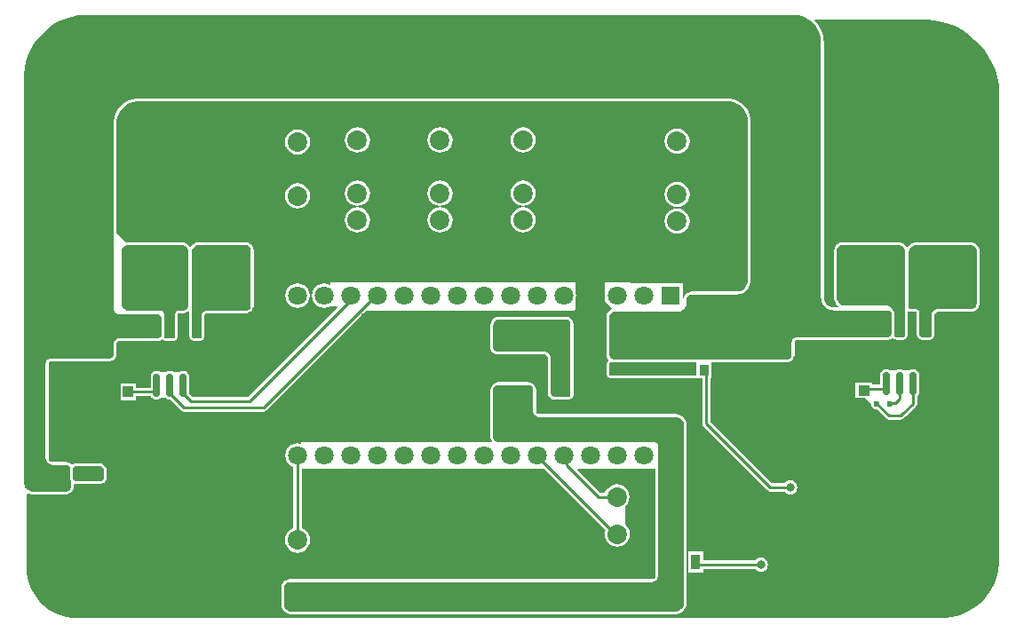
<source format=gbl>
G04*
G04 #@! TF.GenerationSoftware,Altium Limited,Altium Designer,22.5.1 (42)*
G04*
G04 Layer_Physical_Order=2*
G04 Layer_Color=16711680*
%FSLAX44Y44*%
%MOMM*%
G71*
G04*
G04 #@! TF.SameCoordinates,8C462A5C-675D-4BC4-B2B0-4FF287324B2F*
G04*
G04*
G04 #@! TF.FilePolarity,Positive*
G04*
G01*
G75*
%ADD14C,0.2540*%
%ADD18R,1.4000X1.0000*%
%ADD19R,1.0000X0.9000*%
%ADD31R,1.8000X1.8000*%
%ADD32C,1.8000*%
%ADD33C,1.8600*%
%ADD34C,0.6000*%
%ADD35C,0.8000*%
%ADD36R,3.5000X3.5000*%
G04:AMPARAMS|DCode=37|XSize=2.15mm|YSize=0.6mm|CornerRadius=0.15mm|HoleSize=0mm|Usage=FLASHONLY|Rotation=90.000|XOffset=0mm|YOffset=0mm|HoleType=Round|Shape=RoundedRectangle|*
%AMROUNDEDRECTD37*
21,1,2.1500,0.3000,0,0,90.0*
21,1,1.8500,0.6000,0,0,90.0*
1,1,0.3000,0.1500,0.9250*
1,1,0.3000,0.1500,-0.9250*
1,1,0.3000,-0.1500,-0.9250*
1,1,0.3000,-0.1500,0.9250*
%
%ADD37ROUNDEDRECTD37*%
%ADD38R,3.1000X2.4000*%
%ADD39R,1.1000X1.0000*%
%ADD40R,0.9000X1.0000*%
%ADD41R,4.0000X4.0000*%
%ADD42R,2.6000X1.1000*%
%ADD43R,1.0000X1.1000*%
%ADD44R,0.9500X1.4500*%
%ADD45R,1.0000X1.4000*%
%ADD46O,1.4500X0.6000*%
%ADD47R,3.5000X1.4500*%
%ADD48R,8.5000X10.6500*%
G36*
X1258570Y781050D02*
X1258570Y781050D01*
X1259833Y781050D01*
X1262167Y780083D01*
X1263953Y778297D01*
X1264920Y775963D01*
X1264920Y774700D01*
X1264920Y695960D01*
X1264920Y695960D01*
Y695454D01*
X1264533Y694521D01*
X1263819Y693807D01*
X1262885Y693420D01*
X1257354D01*
X1256831Y693420D01*
X1255860Y693810D01*
X1255104Y694535D01*
X1254674Y695489D01*
X1254663Y695739D01*
X1254809Y696471D01*
X1254809Y697184D01*
X1254809Y697186D01*
X1254809Y697188D01*
Y697226D01*
X1254810Y697230D01*
X1254810Y715010D01*
X1254810Y715768D01*
X1254810Y715768D01*
X1254810Y715768D01*
X1254721Y716213D01*
X1254613Y716759D01*
X1254613Y716759D01*
X1254613Y716759D01*
X1254033Y718159D01*
X1254032Y718159D01*
X1254032Y718160D01*
X1253781Y718536D01*
X1253471Y718999D01*
X1253471Y719000D01*
X1253471Y719000D01*
X1253411Y719060D01*
X1252523Y721028D01*
X1250661Y722814D01*
X1248268Y723776D01*
X1246978Y723900D01*
X1206500Y723900D01*
X1206500Y723900D01*
X1205237Y723900D01*
X1202903Y724867D01*
X1201117Y726653D01*
X1200150Y728987D01*
X1200150Y730250D01*
Y775970D01*
X1200150Y776980D01*
X1200923Y778848D01*
X1202352Y780277D01*
X1204220Y781050D01*
X1205230Y781050D01*
X1258570Y781050D01*
X1258570Y781050D01*
D02*
G37*
G36*
X639148Y780277D02*
X640577Y778848D01*
X641283Y777141D01*
X641350Y775971D01*
Y775970D01*
X641350D01*
X641350Y775970D01*
X641350Y723900D01*
X641350Y722889D01*
X640577Y721022D01*
X639148Y719593D01*
X637280Y718820D01*
X636270Y718820D01*
X599440D01*
X598449Y718722D01*
X596618Y717964D01*
X595216Y716562D01*
X594458Y714731D01*
X594360Y713740D01*
X594360Y694690D01*
X594360Y694185D01*
X593974Y693251D01*
X593259Y692536D01*
X592325Y692150D01*
X591820Y692150D01*
X587505D01*
X586571Y692537D01*
X585857Y693251D01*
X585470Y694185D01*
X585470Y694690D01*
X585470Y694690D01*
X585470Y774700D01*
X585470Y775963D01*
X586437Y778297D01*
X588223Y780083D01*
X590557Y781050D01*
X591820D01*
X591820Y781050D01*
X636270Y781050D01*
X637281Y781050D01*
X639148Y780277D01*
D02*
G37*
G36*
X578907Y780083D02*
X580693Y778297D01*
X581660Y775963D01*
Y774700D01*
X581660Y723900D01*
X581659Y723899D01*
Y722889D01*
X580886Y721022D01*
X579457Y719593D01*
X577590Y718820D01*
X572770Y718820D01*
X572027Y718747D01*
X570653Y718178D01*
X569602Y717127D01*
X569033Y715753D01*
X568960Y715010D01*
Y694690D01*
X568960Y694690D01*
X568960Y694184D01*
X568573Y693251D01*
X567859Y692537D01*
X566925Y692150D01*
X561340Y692150D01*
X560834Y692150D01*
X559901Y692537D01*
X559186Y693251D01*
X558800Y694185D01*
X558800Y694690D01*
Y715010D01*
X558800Y715010D01*
X558800Y715010D01*
X558800Y715011D01*
X558727Y715753D01*
X558555Y716169D01*
X558158Y717127D01*
X557107Y718178D01*
X555733Y718747D01*
X554990Y718820D01*
X523247Y718820D01*
X520913Y719787D01*
X519127Y721573D01*
X518160Y723907D01*
Y725170D01*
Y774700D01*
X518160Y775963D01*
X519127Y778297D01*
X520913Y780083D01*
X523247Y781050D01*
X524510Y781050D01*
X575310Y781050D01*
X576573D01*
X578907Y780083D01*
D02*
G37*
G36*
X1327150Y781050D02*
X1328413Y781050D01*
X1330747Y780083D01*
X1332533Y778297D01*
X1333500Y775963D01*
X1333500Y774700D01*
X1333500Y774700D01*
X1333500Y774700D01*
X1333500Y726440D01*
X1333500Y725177D01*
X1332533Y722843D01*
X1330747Y721057D01*
X1328413Y720090D01*
X1327150Y720090D01*
X1296670Y720090D01*
X1295431Y719968D01*
X1293142Y719020D01*
X1291390Y717268D01*
X1290442Y714979D01*
X1290320Y713740D01*
X1290320Y713740D01*
X1290320Y713740D01*
Y695455D01*
X1289933Y694521D01*
X1289219Y693807D01*
X1288285Y693420D01*
X1280925D01*
X1279991Y693807D01*
X1279277Y694521D01*
X1278890Y695455D01*
Y695960D01*
X1278890Y695960D01*
X1278890Y716280D01*
X1278817Y717023D01*
X1278248Y718397D01*
X1277197Y719448D01*
X1276228Y719849D01*
X1275823Y720016D01*
X1275084Y720089D01*
X1275080Y720090D01*
X1275080Y720090D01*
X1275080Y720090D01*
X1270765D01*
X1269831Y720477D01*
X1269117Y721191D01*
X1268730Y722125D01*
X1268730Y722630D01*
X1268730Y722630D01*
X1268730Y774180D01*
X1269023Y775653D01*
X1269597Y777039D01*
X1270431Y778287D01*
X1271492Y779349D01*
X1272740Y780182D01*
X1274127Y780757D01*
X1275599Y781050D01*
X1276350Y781050D01*
X1276350Y781050D01*
X1327150Y781050D01*
D02*
G37*
G36*
X1282607Y995879D02*
X1282607Y995879D01*
X1282607Y995879D01*
X1286171Y995869D01*
X1293264Y995152D01*
X1300252Y993744D01*
X1307070Y991660D01*
X1313650Y988918D01*
X1319931Y985546D01*
X1325851Y981575D01*
X1331355Y977044D01*
X1336389Y971996D01*
X1340905Y966480D01*
X1344859Y960548D01*
X1348215Y954258D01*
X1350938Y947670D01*
X1353004Y940847D01*
X1354392Y933855D01*
X1355090Y926760D01*
X1355090Y923196D01*
X1355090Y481330D01*
X1355090Y481330D01*
X1355090Y477667D01*
X1354134Y470405D01*
X1352238Y463329D01*
X1349435Y456562D01*
X1345772Y450218D01*
X1341313Y444407D01*
X1336133Y439227D01*
X1330322Y434768D01*
X1323978Y431105D01*
X1317211Y428302D01*
X1310135Y426406D01*
X1302872Y425450D01*
X1299210Y425450D01*
X474980D01*
X471900Y425450D01*
X465793Y426254D01*
X459843Y427848D01*
X454152Y430205D01*
X448818Y433285D01*
X443931Y437035D01*
X439575Y441391D01*
X435825Y446278D01*
X432746Y451612D01*
X430388Y457303D01*
X428794Y463253D01*
X427990Y469360D01*
X427990Y472440D01*
Y543399D01*
X429260Y544247D01*
X429856Y544000D01*
X430107Y543950D01*
X430342Y543853D01*
X431814Y543560D01*
X432069D01*
X432320Y543510D01*
X433070Y543510D01*
X464820Y543510D01*
X465830Y543510D01*
X466821Y543707D01*
X468689Y544481D01*
X469529Y545042D01*
X470958Y546471D01*
X471519Y547311D01*
X471519Y547311D01*
X472293Y549178D01*
X472490Y550169D01*
X472490Y551180D01*
X472490Y551180D01*
Y552696D01*
X473760Y553686D01*
X473840Y553670D01*
X498980D01*
X499971Y553867D01*
X500905Y554254D01*
X501745Y554815D01*
X502459Y555530D01*
X503021Y556370D01*
X503407Y557304D01*
X503605Y558295D01*
Y558799D01*
X503605Y558800D01*
X503605Y566420D01*
X503605Y567178D01*
X503408Y568169D01*
X503408Y568169D01*
X502827Y569569D01*
X502266Y570409D01*
X501194Y571481D01*
X500354Y572043D01*
X499360Y572454D01*
X499044Y572517D01*
X498740Y572625D01*
X497577Y572793D01*
X497390Y572783D01*
X497206Y572820D01*
X497206D01*
X497205Y572820D01*
X474345Y572820D01*
X473840Y572820D01*
X472849Y572623D01*
X472849Y572623D01*
X471915Y572236D01*
X471915Y572236D01*
X471075Y571674D01*
X471073Y571675D01*
X469877Y572209D01*
X469529Y572558D01*
X468689Y573119D01*
X466983Y573826D01*
X466558Y573910D01*
X466139Y574019D01*
X464968Y574086D01*
X464894Y574075D01*
X464821Y574090D01*
X464820D01*
X464820Y574090D01*
X452247D01*
X451517Y574162D01*
X450059Y574766D01*
X449036Y575789D01*
X448432Y577247D01*
X448360Y577977D01*
Y667893D01*
X448407Y668375D01*
X448822Y669375D01*
X449495Y670048D01*
X450495Y670463D01*
X450978Y670510D01*
X454920D01*
X455053Y670537D01*
X455189Y670524D01*
X455243Y670541D01*
X455308Y670535D01*
X455372Y670541D01*
X455433Y670525D01*
X455680Y670513D01*
X455743Y670523D01*
X455806Y670510D01*
X455929Y670510D01*
X455930Y670510D01*
X455930Y670510D01*
X507488D01*
X508479Y670707D01*
X509879Y671287D01*
X510719Y671849D01*
X511790Y672920D01*
X511790Y672920D01*
X512127Y673424D01*
X512352Y673761D01*
X512352Y673761D01*
X512932Y675161D01*
X512932Y675161D01*
X513129Y676152D01*
X513129Y676904D01*
X513130Y676910D01*
Y686943D01*
X513177Y687425D01*
X513592Y688425D01*
X514265Y689098D01*
X515265Y689512D01*
X515752Y689560D01*
X553208Y689560D01*
X554199Y689757D01*
X555599Y690337D01*
X556257Y690777D01*
X556460Y690896D01*
X558056Y690719D01*
X558069Y690706D01*
X558069Y690705D01*
X558558Y690379D01*
X558909Y690144D01*
X558910Y690144D01*
X558910Y690144D01*
X559843Y689757D01*
X559843Y689757D01*
X559843Y689757D01*
X560309Y689665D01*
X560834Y689560D01*
X560834Y689560D01*
X560834Y689560D01*
X561340Y689560D01*
X566925Y689560D01*
X567916Y689757D01*
X567916Y689757D01*
X568849Y690144D01*
X568850Y690144D01*
X569690Y690705D01*
X570404Y691420D01*
X570966Y692260D01*
X571352Y693193D01*
X571549Y694184D01*
X571549Y694688D01*
X571550Y694690D01*
Y714883D01*
X571573Y715117D01*
X571798Y715660D01*
X572120Y715982D01*
X572663Y716207D01*
X572897Y716230D01*
X577590Y716230D01*
X578581Y716427D01*
X580448Y717201D01*
X581288Y717762D01*
X581610Y718084D01*
X582880Y717558D01*
Y694690D01*
X582880Y694690D01*
X582880Y694185D01*
X582880Y694185D01*
X582880Y694185D01*
X582959Y693791D01*
X583077Y693194D01*
X583077Y693194D01*
X583464Y692260D01*
X583464Y692260D01*
X584025Y691420D01*
X584740Y690705D01*
X585580Y690144D01*
X586514Y689757D01*
X587505Y689560D01*
X591819D01*
X592325Y689560D01*
X592325Y689560D01*
X592325Y689560D01*
X592801Y689655D01*
X593316Y689757D01*
X593316Y689757D01*
X593316Y689757D01*
X594250Y690144D01*
X594250Y690144D01*
X594250Y690144D01*
X594672Y690426D01*
X595090Y690705D01*
X595090Y690705D01*
X595090Y690705D01*
X595805Y691420D01*
X595805Y691420D01*
X595805Y691420D01*
X596084Y691838D01*
X596366Y692260D01*
X596366Y692260D01*
X596366Y692260D01*
X596753Y693194D01*
X596753Y693194D01*
X596753Y693194D01*
X596855Y693709D01*
X596950Y694185D01*
X596950Y694185D01*
X596950Y694185D01*
X596950Y694691D01*
X596950Y713613D01*
X596997Y714095D01*
X597412Y715095D01*
X598085Y715768D01*
X599085Y716183D01*
X599567Y716230D01*
X636270D01*
X637280Y716230D01*
X638271Y716427D01*
X638271Y716427D01*
X638271Y716427D01*
X640139Y717201D01*
X640979Y717762D01*
X642408Y719191D01*
X642969Y720031D01*
X643743Y721898D01*
X643743Y721898D01*
X643743Y721899D01*
X643940Y722889D01*
X643940Y723900D01*
X643940Y775970D01*
X643940Y775970D01*
Y775971D01*
X643925Y776044D01*
X643935Y776118D01*
X643869Y777289D01*
X643760Y777708D01*
X643676Y778133D01*
X642969Y779839D01*
X642408Y780679D01*
X640979Y782108D01*
X640139Y782669D01*
X638271Y783443D01*
X637280Y783640D01*
X636270Y783640D01*
X591820Y783640D01*
X591820Y783640D01*
X590557D01*
X589566Y783443D01*
X587232Y782476D01*
X586392Y781915D01*
X584605Y780128D01*
X584301Y779673D01*
X583953Y779563D01*
X583177D01*
X582829Y779673D01*
X582524Y780128D01*
X580738Y781915D01*
X579898Y782476D01*
X579898Y782476D01*
X577564Y783443D01*
X577564Y783443D01*
X576573Y783640D01*
X575310D01*
X524510Y783640D01*
X523247Y783640D01*
X522256Y783443D01*
X522117D01*
X513130Y792430D01*
Y896556D01*
X513233Y898667D01*
X514069Y902869D01*
X515684Y906768D01*
X518029Y910277D01*
X521013Y913261D01*
X524522Y915605D01*
X528420Y917220D01*
X532622Y918056D01*
X534747Y918160D01*
X1095947Y918160D01*
X1097808Y918069D01*
X1101522Y917330D01*
X1104961Y915906D01*
X1108056Y913838D01*
X1110687Y911206D01*
X1112755Y908110D01*
X1114180Y904672D01*
X1114918Y900958D01*
X1115010Y899081D01*
X1115010Y746824D01*
X1114962Y745833D01*
X1114563Y743829D01*
X1113805Y742000D01*
X1112706Y740354D01*
X1111306Y738954D01*
X1109660Y737854D01*
X1107831Y737097D01*
X1105827Y736698D01*
X1104836Y736650D01*
X1103668Y736650D01*
X1061721Y736650D01*
X1060710Y736650D01*
X1060710Y736650D01*
X1060710Y736650D01*
X1060257Y736560D01*
X1059719Y736453D01*
X1059719Y736453D01*
X1059719Y736453D01*
X1057851Y735680D01*
X1057851Y735680D01*
X1057851Y735680D01*
X1057409Y735384D01*
X1057011Y735118D01*
X1057011Y735118D01*
X1057011Y735118D01*
X1055582Y733689D01*
X1055582Y733689D01*
X1055581Y733689D01*
X1055315Y733291D01*
X1055020Y732849D01*
X1055020Y732849D01*
X1055020Y732849D01*
X1054339Y731203D01*
X1054259Y730800D01*
X1054210Y730624D01*
X1052940Y730797D01*
Y744330D01*
X1029860D01*
X1029860Y744330D01*
Y744330D01*
X1028602Y744359D01*
X979170Y745490D01*
Y734382D01*
X978960Y732790D01*
X979170Y731198D01*
Y726799D01*
X985227Y720742D01*
X984979Y719496D01*
X984191Y719170D01*
X984191Y719170D01*
X984191Y719170D01*
X983824Y718924D01*
X983351Y718609D01*
X983351Y718608D01*
X983351Y718608D01*
X981922Y717179D01*
X981922Y717179D01*
X981921Y717179D01*
X981642Y716761D01*
X981360Y716339D01*
X981360Y716339D01*
X981360Y716339D01*
X980587Y714472D01*
X980587Y714471D01*
X980587Y714471D01*
X980485Y713959D01*
X980390Y713480D01*
X980390Y713480D01*
X980390Y713480D01*
X980390Y712469D01*
Y675900D01*
X980587Y674909D01*
X981361Y673041D01*
X981922Y672201D01*
X982017Y672106D01*
X982250Y670734D01*
X981535Y670020D01*
X980974Y669180D01*
X980587Y668246D01*
X980390Y667255D01*
Y659130D01*
X980390Y659130D01*
X980390Y658625D01*
X980390Y658625D01*
X980390Y658625D01*
X980474Y658203D01*
X980587Y657634D01*
X980587Y657634D01*
X980587Y657634D01*
X980974Y656700D01*
X980974Y656700D01*
X980974Y656700D01*
X981277Y656246D01*
X981535Y655860D01*
X981535Y655860D01*
X981535Y655860D01*
X982250Y655145D01*
X982250Y655145D01*
X982250Y655145D01*
X982715Y654835D01*
X983090Y654584D01*
X983090Y654584D01*
X983090Y654584D01*
X984024Y654197D01*
X984024Y654197D01*
X984024Y654197D01*
X984522Y654098D01*
X985015Y654000D01*
X985015Y654000D01*
X985015Y654000D01*
X985520Y654000D01*
X1064260D01*
X1064552Y654058D01*
X1064849Y654068D01*
X1065114Y654130D01*
X1071805D01*
Y610870D01*
X1072101Y609383D01*
X1072943Y608123D01*
X1133903Y547163D01*
X1135163Y546321D01*
X1136650Y546025D01*
X1150437D01*
X1151036Y545246D01*
X1152402Y544197D01*
X1153993Y543538D01*
X1155700Y543314D01*
X1157407Y543538D01*
X1158998Y544197D01*
X1160364Y545246D01*
X1161413Y546612D01*
X1162072Y548203D01*
X1162296Y549910D01*
X1162072Y551617D01*
X1161413Y553208D01*
X1160364Y554574D01*
X1158998Y555623D01*
X1157407Y556282D01*
X1155700Y556506D01*
X1153993Y556282D01*
X1152402Y555623D01*
X1151036Y554574D01*
X1150437Y553795D01*
X1138259D01*
X1079575Y612479D01*
Y654130D01*
X1080490D01*
Y669210D01*
X1081748Y669240D01*
X1152900D01*
X1153892Y669437D01*
X1155759Y670211D01*
X1156599Y670772D01*
X1158028Y672201D01*
X1158589Y673041D01*
X1158589Y673041D01*
X1159363Y674908D01*
X1159363Y674909D01*
X1159560Y675900D01*
Y688213D01*
X1159607Y688695D01*
X1160021Y689695D01*
X1160694Y690368D01*
X1161694Y690782D01*
X1162184Y690830D01*
X1248410D01*
X1249168Y690830D01*
X1250159Y691027D01*
X1251559Y691607D01*
X1252399Y692169D01*
X1252930Y692700D01*
X1253311Y692666D01*
X1254067Y691942D01*
X1254482Y691676D01*
X1254893Y691408D01*
X1255864Y691017D01*
X1256348Y690926D01*
X1256831Y690830D01*
X1257354Y690830D01*
X1262885D01*
X1263876Y691027D01*
X1264810Y691414D01*
X1265126Y691625D01*
X1265650Y691975D01*
X1265650Y691975D01*
X1266364Y692690D01*
X1266926Y693530D01*
X1266926Y693530D01*
X1267312Y694463D01*
X1267312Y694464D01*
X1267510Y695454D01*
Y695958D01*
X1267510Y695960D01*
X1267510Y717446D01*
X1268103Y717914D01*
X1268780Y718124D01*
X1268840Y718084D01*
X1269774Y717697D01*
X1270765Y717500D01*
X1274949D01*
X1275187Y717477D01*
X1275730Y717252D01*
X1276052Y716930D01*
X1276277Y716387D01*
X1276300Y716153D01*
X1276300Y695960D01*
X1276300Y695960D01*
Y695455D01*
X1276497Y694464D01*
X1276884Y693530D01*
X1277446Y692690D01*
X1278160Y691975D01*
X1279000Y691414D01*
X1279934Y691027D01*
X1280925Y690830D01*
X1288285D01*
X1289276Y691027D01*
X1290210Y691414D01*
X1291050Y691975D01*
X1291765Y692690D01*
X1292326Y693530D01*
X1292713Y694464D01*
X1292713Y694464D01*
X1292910Y695455D01*
Y713613D01*
X1292982Y714343D01*
X1293586Y715801D01*
X1294609Y716824D01*
X1296067Y717428D01*
X1296797Y717500D01*
X1327150Y717500D01*
X1328413Y717500D01*
X1329404Y717697D01*
X1331738Y718664D01*
X1331738Y718664D01*
X1332578Y719225D01*
X1334364Y721012D01*
X1334926Y721852D01*
X1335893Y724186D01*
X1335893Y724186D01*
X1336090Y725177D01*
X1336090Y726440D01*
X1336090Y774700D01*
X1336089Y774701D01*
X1336090Y775963D01*
X1335893Y776954D01*
X1335892Y776954D01*
X1335892Y776954D01*
X1334926Y779288D01*
X1334926Y779288D01*
X1334364Y780128D01*
X1332578Y781914D01*
X1332578Y781914D01*
X1332243Y782139D01*
X1331738Y782476D01*
X1331738Y782476D01*
X1329404Y783443D01*
X1329404Y783443D01*
X1328413Y783640D01*
X1327150Y783640D01*
X1276350Y783640D01*
X1276348Y783639D01*
X1275599Y783640D01*
X1275349Y783590D01*
X1275094D01*
X1273622Y783297D01*
X1273386Y783199D01*
X1273136Y783149D01*
X1271749Y782575D01*
X1271537Y782433D01*
X1271302Y782336D01*
X1270054Y781502D01*
X1269873Y781322D01*
X1269661Y781180D01*
X1268600Y780119D01*
X1268458Y779906D01*
X1268278Y779726D01*
X1267822Y779044D01*
X1266389Y779185D01*
X1266346Y779288D01*
X1265785Y780128D01*
X1263998Y781915D01*
X1263158Y782476D01*
X1260824Y783443D01*
X1259833Y783640D01*
X1258570Y783640D01*
X1258570Y783640D01*
X1205230Y783640D01*
X1204220Y783640D01*
X1203229Y783443D01*
X1201361Y782669D01*
X1200521Y782108D01*
X1199092Y780679D01*
X1198531Y779839D01*
X1197757Y777971D01*
X1197560Y776980D01*
X1197560Y775970D01*
Y730250D01*
X1197560Y728987D01*
X1197757Y727996D01*
X1198724Y725662D01*
X1199286Y724822D01*
X1201072Y723036D01*
X1201604Y722680D01*
X1201248Y721410D01*
X1197674D01*
X1196683Y721458D01*
X1194679Y721857D01*
X1192850Y722614D01*
X1191204Y723714D01*
X1189804Y725114D01*
X1188705Y726759D01*
X1187947Y728588D01*
X1187548Y730592D01*
X1187500Y731583D01*
X1187500Y974090D01*
X1187500Y975838D01*
X1187466Y976006D01*
X1187478Y976176D01*
X1187021Y979642D01*
X1186966Y979804D01*
X1186955Y979975D01*
X1186050Y983352D01*
X1185975Y983505D01*
X1185941Y983672D01*
X1184603Y986902D01*
X1184509Y987044D01*
X1184454Y987206D01*
X1182706Y990234D01*
X1182593Y990362D01*
X1182517Y990515D01*
X1180389Y993289D01*
X1180260Y993402D01*
X1180166Y993544D01*
X1178816Y994893D01*
X1179344Y996161D01*
X1282607Y995879D01*
D02*
G37*
G36*
X485139Y1000760D02*
X1158239Y1000760D01*
X1158240Y1000759D01*
X1158240Y1000759D01*
X1159987Y1000759D01*
X1163454Y1000303D01*
X1166831Y999398D01*
X1170061Y998061D01*
X1173089Y996313D01*
X1175862Y994184D01*
X1178334Y991712D01*
X1180463Y988939D01*
X1182211Y985911D01*
X1183549Y982681D01*
X1184454Y979304D01*
X1184910Y975838D01*
X1184910Y974090D01*
X1184910Y731519D01*
X1184971Y730275D01*
X1185457Y727833D01*
X1186410Y725533D01*
X1187793Y723463D01*
X1189553Y721702D01*
X1191623Y720319D01*
X1193923Y719367D01*
X1196365Y718881D01*
X1197610Y718820D01*
X1248409D01*
X1248410Y718819D01*
X1248410Y718819D01*
X1248415D01*
X1249573Y718652D01*
X1250568Y718240D01*
X1251640Y717168D01*
X1252220Y715768D01*
X1252220Y715010D01*
X1252220Y697230D01*
X1252219Y697229D01*
X1252219Y696471D01*
X1251639Y695071D01*
X1250568Y694000D01*
X1249168Y693420D01*
X1248410Y693420D01*
X1162050D01*
X1162049Y693419D01*
X1161058Y693322D01*
X1159227Y692563D01*
X1157826Y691162D01*
X1157068Y689331D01*
X1156970Y688340D01*
Y675900D01*
X1156197Y674032D01*
X1154768Y672603D01*
X1152900Y671830D01*
X987049D01*
X985182Y672603D01*
X983753Y674032D01*
X982980Y675900D01*
Y712470D01*
X982980Y713481D01*
X983753Y715348D01*
X985182Y716777D01*
X987049Y717550D01*
X988060Y717550D01*
X1046518Y717550D01*
X1047750Y717550D01*
X1047750Y717550D01*
X1048621Y717593D01*
X1048973Y717663D01*
X1050330Y717932D01*
X1051941Y718599D01*
X1053390Y719567D01*
X1054622Y720800D01*
X1055591Y722249D01*
X1056257Y723859D01*
X1056597Y725568D01*
X1056640Y726440D01*
X1056640Y728980D01*
X1056640Y728980D01*
X1056655Y729187D01*
X1056732Y730213D01*
X1057413Y731858D01*
X1058842Y733287D01*
X1060709Y734060D01*
X1061720Y734060D01*
X1103668Y734060D01*
X1104900Y734060D01*
X1104900Y734060D01*
X1106144Y734121D01*
X1108586Y734606D01*
X1110887Y735559D01*
X1112957Y736942D01*
X1114717Y738703D01*
X1116101Y740773D01*
X1117053Y743073D01*
X1117539Y745515D01*
X1117600Y746760D01*
X1117600Y899160D01*
X1117600Y899160D01*
X1117599Y899160D01*
X1117495Y901276D01*
X1116670Y905427D01*
X1115050Y909337D01*
X1112699Y912856D01*
X1109706Y915849D01*
X1106187Y918201D01*
X1102277Y919820D01*
X1098126Y920646D01*
X1096010Y920750D01*
X534670Y920750D01*
X534669Y920749D01*
X532304Y920633D01*
X527665Y919710D01*
X523295Y917900D01*
X519362Y915272D01*
X516017Y911927D01*
X513389Y907995D01*
X511579Y903624D01*
X510656Y898985D01*
X510540Y896620D01*
Y721360D01*
X510540Y721359D01*
X510662Y720121D01*
X511610Y717832D01*
X513362Y716080D01*
X515651Y715132D01*
X516890Y715010D01*
X552449D01*
X552449Y715009D01*
X552449Y715009D01*
X552458D01*
X553616Y714840D01*
X554608Y714430D01*
X555680Y713358D01*
X556210Y712078D01*
Y695084D01*
X555679Y693801D01*
X554608Y692730D01*
X553208Y692150D01*
X515620Y692150D01*
X515620Y692150D01*
X514629Y692052D01*
X512798Y691294D01*
X511396Y689892D01*
X510638Y688061D01*
X510540Y687070D01*
Y676910D01*
X510539Y676909D01*
X510539Y676152D01*
X509959Y674752D01*
X508888Y673680D01*
X507488Y673100D01*
X455930D01*
X455806Y673100D01*
X455560Y673112D01*
X455314Y673136D01*
X455069Y673172D01*
X454948Y673196D01*
X454920Y673100D01*
X450850D01*
X450850Y673100D01*
X449859Y673002D01*
X448028Y672244D01*
X446626Y670842D01*
X445868Y669011D01*
X445770Y668020D01*
Y577850D01*
X445892Y576611D01*
X446840Y574322D01*
X448592Y572570D01*
X450881Y571622D01*
X452120Y571500D01*
X464820D01*
X464820Y571500D01*
X464820Y571500D01*
X464821D01*
X465992Y571433D01*
X467698Y570727D01*
X469127Y569298D01*
X469354Y568749D01*
X469270Y568328D01*
Y558162D01*
X469467Y557171D01*
X469799Y556370D01*
X469900Y556219D01*
X469900Y551180D01*
X469900Y551180D01*
X469900Y550169D01*
X469127Y548302D01*
X467697Y546873D01*
X465830Y546100D01*
X464820Y546100D01*
X433070Y546100D01*
X432319Y546100D01*
X430847Y546393D01*
X429460Y546967D01*
X428213Y547801D01*
X427151Y548862D01*
X426317Y550111D01*
X425743Y551497D01*
X425450Y552970D01*
X425450Y553720D01*
Y941069D01*
X425450Y941069D01*
X425450Y941069D01*
X425450Y944002D01*
X426024Y949838D01*
X427168Y955591D01*
X428870Y961203D01*
X431115Y966622D01*
X433879Y971794D01*
X437137Y976671D01*
X440858Y981204D01*
X445005Y985351D01*
X449538Y989072D01*
X454415Y992330D01*
X459587Y995095D01*
X465006Y997339D01*
X470618Y999042D01*
X476370Y1000185D01*
X482207Y1000760D01*
X485139Y1000760D01*
D02*
G37*
G36*
X986799Y669290D02*
X987049Y669240D01*
X1032590D01*
Y668900D01*
X1047670D01*
Y669240D01*
X1064885D01*
X1065699Y668903D01*
X1066410Y668192D01*
Y657688D01*
X1065699Y656977D01*
X1065418Y656860D01*
X1064260Y656590D01*
X1064260Y656590D01*
X1064260Y656590D01*
X985520D01*
X985015Y656590D01*
X984081Y656976D01*
X983366Y657691D01*
X982980Y658625D01*
X982980Y659130D01*
X982980Y659130D01*
Y667255D01*
X983367Y668189D01*
X984081Y668903D01*
X985015Y669290D01*
X985520D01*
X986799D01*
D02*
G37*
G36*
X497205Y570230D02*
X497205Y570230D01*
X497206D01*
X498369Y570061D01*
X499363Y569650D01*
X500435Y568578D01*
X501015Y567178D01*
X501015Y566420D01*
X501015Y558800D01*
X501015Y558800D01*
Y558295D01*
X500628Y557361D01*
X499914Y556647D01*
X498980Y556260D01*
X473840D01*
X472906Y556647D01*
X472192Y557361D01*
X471860Y558162D01*
Y568328D01*
X472192Y569129D01*
X472906Y569843D01*
X473840Y570230D01*
X474345Y570230D01*
X497205Y570230D01*
X497205Y570230D01*
D02*
G37*
%LPC*%
G36*
X900910Y893272D02*
X897819Y892865D01*
X894939Y891672D01*
X892466Y889774D01*
X890568Y887301D01*
X889375Y884421D01*
X888968Y881330D01*
X889375Y878239D01*
X890568Y875359D01*
X892466Y872886D01*
X894939Y870988D01*
X897819Y869795D01*
X900910Y869388D01*
X904001Y869795D01*
X906881Y870988D01*
X909354Y872886D01*
X911252Y875359D01*
X912445Y878239D01*
X912852Y881330D01*
X912445Y884421D01*
X911252Y887301D01*
X909354Y889774D01*
X906881Y891672D01*
X904001Y892865D01*
X900910Y893272D01*
D02*
G37*
G36*
X821690D02*
X818599Y892865D01*
X815719Y891672D01*
X813246Y889774D01*
X811348Y887301D01*
X810155Y884421D01*
X809748Y881330D01*
X810155Y878239D01*
X811348Y875359D01*
X813246Y872886D01*
X815719Y870988D01*
X818599Y869795D01*
X821690Y869388D01*
X824781Y869795D01*
X827661Y870988D01*
X830134Y872886D01*
X832032Y875359D01*
X833225Y878239D01*
X833632Y881330D01*
X833225Y884421D01*
X832032Y887301D01*
X830134Y889774D01*
X827661Y891672D01*
X824781Y892865D01*
X821690Y893272D01*
D02*
G37*
G36*
X742950D02*
X739859Y892865D01*
X736979Y891672D01*
X734506Y889774D01*
X732608Y887301D01*
X731415Y884421D01*
X731008Y881330D01*
X731415Y878239D01*
X732608Y875359D01*
X734506Y872886D01*
X736979Y870988D01*
X739859Y869795D01*
X742950Y869388D01*
X746041Y869795D01*
X748921Y870988D01*
X751394Y872886D01*
X753292Y875359D01*
X754485Y878239D01*
X754892Y881330D01*
X754485Y884421D01*
X753292Y887301D01*
X751394Y889774D01*
X748921Y891672D01*
X746041Y892865D01*
X742950Y893272D01*
D02*
G37*
G36*
X1047750Y892052D02*
X1044659Y891645D01*
X1041779Y890452D01*
X1039306Y888554D01*
X1037408Y886081D01*
X1036215Y883201D01*
X1035808Y880110D01*
X1036215Y877019D01*
X1037408Y874139D01*
X1039306Y871666D01*
X1041779Y869768D01*
X1044659Y868575D01*
X1047750Y868168D01*
X1050841Y868575D01*
X1053721Y869768D01*
X1056194Y871666D01*
X1058092Y874139D01*
X1059285Y877019D01*
X1059692Y880110D01*
X1059285Y883201D01*
X1058092Y886081D01*
X1056194Y888554D01*
X1053721Y890452D01*
X1050841Y891645D01*
X1047750Y892052D01*
D02*
G37*
G36*
X685800Y891282D02*
X682709Y890875D01*
X679829Y889682D01*
X677356Y887784D01*
X675458Y885311D01*
X674265Y882431D01*
X673858Y879340D01*
X674265Y876249D01*
X675458Y873369D01*
X677356Y870896D01*
X679829Y868998D01*
X682709Y867805D01*
X685800Y867398D01*
X688891Y867805D01*
X691771Y868998D01*
X694244Y870896D01*
X696142Y873369D01*
X697335Y876249D01*
X697742Y879340D01*
X697335Y882431D01*
X696142Y885311D01*
X694244Y887784D01*
X691771Y889682D01*
X688891Y890875D01*
X685800Y891282D01*
D02*
G37*
G36*
X900910Y842472D02*
X897819Y842065D01*
X894939Y840872D01*
X892466Y838974D01*
X890568Y836501D01*
X889375Y833621D01*
X888968Y830530D01*
X889375Y827439D01*
X890568Y824559D01*
X892466Y822086D01*
X894939Y820188D01*
X897819Y818995D01*
X900910Y818588D01*
X904001Y818995D01*
X906881Y820188D01*
X909354Y822086D01*
X911252Y824559D01*
X912445Y827439D01*
X912852Y830530D01*
X912445Y833621D01*
X911252Y836501D01*
X909354Y838974D01*
X906881Y840872D01*
X904001Y842065D01*
X900910Y842472D01*
D02*
G37*
G36*
X821690D02*
X818599Y842065D01*
X815719Y840872D01*
X813246Y838974D01*
X811348Y836501D01*
X810155Y833621D01*
X809748Y830530D01*
X810155Y827439D01*
X811348Y824559D01*
X813246Y822086D01*
X815719Y820188D01*
X818599Y818995D01*
X821690Y818588D01*
X824781Y818995D01*
X827661Y820188D01*
X830134Y822086D01*
X832032Y824559D01*
X833225Y827439D01*
X833632Y830530D01*
X833225Y833621D01*
X832032Y836501D01*
X830134Y838974D01*
X827661Y840872D01*
X824781Y842065D01*
X821690Y842472D01*
D02*
G37*
G36*
X742950D02*
X739859Y842065D01*
X736979Y840872D01*
X734506Y838974D01*
X732608Y836501D01*
X731415Y833621D01*
X731008Y830530D01*
X731415Y827439D01*
X732608Y824559D01*
X734506Y822086D01*
X736979Y820188D01*
X739859Y818995D01*
X742950Y818588D01*
X746041Y818995D01*
X748921Y820188D01*
X751394Y822086D01*
X753292Y824559D01*
X754485Y827439D01*
X754892Y830530D01*
X754485Y833621D01*
X753292Y836501D01*
X751394Y838974D01*
X748921Y840872D01*
X746041Y842065D01*
X742950Y842472D01*
D02*
G37*
G36*
X1047750Y841252D02*
X1044659Y840845D01*
X1041779Y839652D01*
X1039306Y837754D01*
X1037408Y835281D01*
X1036215Y832401D01*
X1035808Y829310D01*
X1036215Y826219D01*
X1037408Y823339D01*
X1039306Y820866D01*
X1041779Y818968D01*
X1044659Y817775D01*
X1047750Y817368D01*
X1050841Y817775D01*
X1053721Y818968D01*
X1056194Y820866D01*
X1058092Y823339D01*
X1059285Y826219D01*
X1059692Y829310D01*
X1059285Y832401D01*
X1058092Y835281D01*
X1056194Y837754D01*
X1053721Y839652D01*
X1050841Y840845D01*
X1047750Y841252D01*
D02*
G37*
G36*
X685800Y839982D02*
X682709Y839575D01*
X679829Y838382D01*
X677356Y836484D01*
X675458Y834011D01*
X674265Y831131D01*
X673858Y828040D01*
X674265Y824949D01*
X675458Y822069D01*
X677356Y819596D01*
X679829Y817698D01*
X682709Y816505D01*
X685800Y816098D01*
X688891Y816505D01*
X691771Y817698D01*
X694244Y819596D01*
X696142Y822069D01*
X697335Y824949D01*
X697742Y828040D01*
X697335Y831131D01*
X696142Y834011D01*
X694244Y836484D01*
X691771Y838382D01*
X688891Y839575D01*
X685800Y839982D01*
D02*
G37*
G36*
X900910Y817072D02*
X897819Y816665D01*
X894939Y815472D01*
X892466Y813574D01*
X890568Y811101D01*
X889375Y808221D01*
X888968Y805130D01*
X889375Y802039D01*
X890568Y799159D01*
X892466Y796686D01*
X894939Y794788D01*
X897819Y793595D01*
X900910Y793188D01*
X904001Y793595D01*
X906881Y794788D01*
X909354Y796686D01*
X911252Y799159D01*
X912445Y802039D01*
X912852Y805130D01*
X912445Y808221D01*
X911252Y811101D01*
X909354Y813574D01*
X906881Y815472D01*
X904001Y816665D01*
X900910Y817072D01*
D02*
G37*
G36*
X821690D02*
X818599Y816665D01*
X815719Y815472D01*
X813246Y813574D01*
X811348Y811101D01*
X810155Y808221D01*
X809748Y805130D01*
X810155Y802039D01*
X811348Y799159D01*
X813246Y796686D01*
X815719Y794788D01*
X818599Y793595D01*
X821690Y793188D01*
X824781Y793595D01*
X827661Y794788D01*
X830134Y796686D01*
X832032Y799159D01*
X833225Y802039D01*
X833632Y805130D01*
X833225Y808221D01*
X832032Y811101D01*
X830134Y813574D01*
X827661Y815472D01*
X824781Y816665D01*
X821690Y817072D01*
D02*
G37*
G36*
X742950D02*
X739859Y816665D01*
X736979Y815472D01*
X734506Y813574D01*
X732608Y811101D01*
X731415Y808221D01*
X731008Y805130D01*
X731415Y802039D01*
X732608Y799159D01*
X734506Y796686D01*
X736979Y794788D01*
X739859Y793595D01*
X742950Y793188D01*
X746041Y793595D01*
X748921Y794788D01*
X751394Y796686D01*
X753292Y799159D01*
X754485Y802039D01*
X754892Y805130D01*
X754485Y808221D01*
X753292Y811101D01*
X751394Y813574D01*
X748921Y815472D01*
X746041Y816665D01*
X742950Y817072D01*
D02*
G37*
G36*
X1047750Y815852D02*
X1044659Y815445D01*
X1041779Y814252D01*
X1039306Y812354D01*
X1037408Y809881D01*
X1036215Y807001D01*
X1035808Y803910D01*
X1036215Y800819D01*
X1037408Y797939D01*
X1039306Y795466D01*
X1041779Y793568D01*
X1044659Y792375D01*
X1047750Y791968D01*
X1050841Y792375D01*
X1053721Y793568D01*
X1056194Y795466D01*
X1058092Y797939D01*
X1059285Y800819D01*
X1059692Y803910D01*
X1059285Y807001D01*
X1058092Y809881D01*
X1056194Y812354D01*
X1053721Y814252D01*
X1050841Y815445D01*
X1047750Y815852D01*
D02*
G37*
G36*
X951230Y745490D02*
X717550D01*
X717020Y744960D01*
Y744013D01*
X715964Y743308D01*
X714212Y744033D01*
X711200Y744429D01*
X708187Y744033D01*
X705380Y742870D01*
X702970Y741020D01*
X701120Y738610D01*
X699957Y735803D01*
X699560Y732790D01*
X699957Y729778D01*
X701120Y726970D01*
X702970Y724560D01*
X705380Y722710D01*
X708187Y721547D01*
X711200Y721150D01*
X714212Y721547D01*
X717020Y722710D01*
X717100Y722630D01*
X723097D01*
X723583Y721457D01*
X638471Y636345D01*
X585569D01*
X582399Y639515D01*
Y656640D01*
X582086Y658216D01*
X581193Y659553D01*
X579856Y660446D01*
X578280Y660759D01*
X575280D01*
X573704Y660446D01*
X573635Y660400D01*
Y660400D01*
X573635Y660400D01*
X567225D01*
X567156Y660446D01*
X565580Y660759D01*
X562580D01*
X561004Y660446D01*
X560935Y660400D01*
X559759Y660400D01*
X554525D01*
X554525Y660400D01*
X554456Y660446D01*
X552880Y660759D01*
X549880D01*
X548304Y660446D01*
X546967Y659553D01*
X546074Y658216D01*
X545761Y656640D01*
Y645085D01*
X532050D01*
Y649240D01*
X516970D01*
Y633160D01*
X532050D01*
Y637315D01*
X545925D01*
X546074Y636564D01*
X546967Y635227D01*
X548304Y634334D01*
X549880Y634021D01*
X552880D01*
X554456Y634334D01*
X555793Y635227D01*
X559667D01*
X561004Y634334D01*
X562580Y634021D01*
X564205D01*
X574863Y623363D01*
X576123Y622521D01*
X577610Y622225D01*
X653250D01*
X654736Y622521D01*
X655997Y623363D01*
X751453Y718820D01*
X949960D01*
X951230Y720090D01*
Y731198D01*
X951440Y732790D01*
X951230Y734382D01*
Y745490D01*
D02*
G37*
G36*
X685800Y744429D02*
X682787Y744033D01*
X679980Y742870D01*
X677570Y741020D01*
X675720Y738610D01*
X674557Y735803D01*
X674160Y732790D01*
X674557Y729778D01*
X675720Y726970D01*
X677570Y724560D01*
X679980Y722710D01*
X682787Y721547D01*
X685800Y721150D01*
X688812Y721547D01*
X691620Y722710D01*
X694030Y724560D01*
X695880Y726970D01*
X697043Y729778D01*
X697439Y732790D01*
X697043Y735803D01*
X695880Y738610D01*
X694030Y741020D01*
X691620Y742870D01*
X688812Y744033D01*
X685800Y744429D01*
D02*
G37*
G36*
X876560Y712520D02*
X876560Y712520D01*
X876560Y712520D01*
X876128Y712434D01*
X875569Y712323D01*
X875568Y712323D01*
X873701Y711549D01*
X873701Y711549D01*
X873701Y711549D01*
X873279Y711267D01*
X872861Y710988D01*
X872861Y710988D01*
X872861Y710988D01*
X871432Y709559D01*
X871432Y709559D01*
X871432Y709559D01*
X871208Y709224D01*
X870870Y708718D01*
X870870Y708718D01*
X870180Y707051D01*
X870098Y706641D01*
X869989Y706237D01*
X869906Y705027D01*
X869918Y704938D01*
X869900Y704850D01*
Y683260D01*
X869900Y682502D01*
X869965Y682174D01*
X870097Y681512D01*
X870097Y681511D01*
X870677Y680111D01*
X871238Y679271D01*
X872310Y678199D01*
X872623Y677990D01*
X873150Y677637D01*
X873150Y677637D01*
X874550Y677057D01*
X874550Y677057D01*
X874551Y677057D01*
X875081Y676952D01*
X875542Y676860D01*
X875542Y676860D01*
X875542Y676860D01*
X876300Y676860D01*
X920623Y676860D01*
X921353Y676788D01*
X922811Y676184D01*
X923834Y675161D01*
X924438Y673703D01*
X924510Y672968D01*
Y640080D01*
X924510Y639322D01*
X924707Y638331D01*
X925287Y636931D01*
X925849Y636091D01*
X926920Y635019D01*
X927761Y634457D01*
X927761Y634457D01*
X929161Y633877D01*
X930152Y633680D01*
X930910Y633680D01*
X943610Y633680D01*
X944115Y633680D01*
X945106Y633877D01*
X945106Y633877D01*
X946040Y634264D01*
X946880Y634825D01*
X947595Y635540D01*
X948156Y636380D01*
X948543Y637314D01*
X948740Y638305D01*
X948740Y638810D01*
X948740Y638810D01*
X948740Y706120D01*
X948740Y706878D01*
X948740Y706878D01*
X948740Y706878D01*
X948652Y707321D01*
X948543Y707869D01*
X948543Y707869D01*
X948542Y707869D01*
X947962Y709269D01*
X947962Y709269D01*
X947962Y709269D01*
X947680Y709692D01*
X947401Y710109D01*
X947401Y710110D01*
X947401Y710110D01*
X946329Y711181D01*
X945489Y711742D01*
X944526Y712141D01*
X944218Y712203D01*
X943922Y712309D01*
X942727Y712490D01*
X942532Y712481D01*
X942340Y712519D01*
X877570Y712520D01*
X876560Y712520D01*
D02*
G37*
G36*
X1274040Y662339D02*
X1271040D01*
X1269464Y662026D01*
X1268932Y661670D01*
X1263448D01*
X1262916Y662026D01*
X1261340Y662339D01*
X1258340D01*
X1256764Y662026D01*
X1250216D01*
X1248640Y662339D01*
X1245640D01*
X1244064Y662026D01*
X1242727Y661133D01*
X1241834Y659796D01*
X1241521Y658220D01*
Y647775D01*
X1233740D01*
Y650160D01*
X1217660D01*
Y635080D01*
X1226448D01*
X1232710Y628818D01*
X1232997Y627928D01*
X1233028Y627775D01*
X1233031Y627758D01*
X1234256Y625926D01*
X1236088Y624701D01*
X1238250Y624272D01*
X1238379Y624297D01*
X1246933Y615743D01*
X1248193Y614901D01*
X1249680Y614605D01*
X1260776D01*
X1262263Y614901D01*
X1263523Y615743D01*
X1264492Y616712D01*
X1265497Y617383D01*
X1275287Y627173D01*
X1276129Y628433D01*
X1276425Y629920D01*
Y636455D01*
X1276953Y636807D01*
X1277846Y638144D01*
X1278159Y639720D01*
Y658220D01*
X1277846Y659796D01*
X1276953Y661133D01*
X1275616Y662026D01*
X1274040Y662339D01*
D02*
G37*
G36*
X905510Y650290D02*
X876560D01*
X875568Y650093D01*
X875568Y650093D01*
X873701Y649319D01*
X873701Y649319D01*
X872861Y648758D01*
X871432Y647329D01*
X870871Y646489D01*
X870097Y644622D01*
X869900Y643631D01*
Y642620D01*
Y598169D01*
X869900Y597158D01*
X869900Y597158D01*
X869900Y597158D01*
X869989Y596710D01*
X870097Y596167D01*
X870097Y596167D01*
X870097Y596167D01*
X870871Y594300D01*
X870871Y594300D01*
X870152Y593090D01*
X689610D01*
Y592527D01*
X688340Y591695D01*
X685800Y592029D01*
X682787Y591633D01*
X679980Y590470D01*
X677570Y588620D01*
X675720Y586210D01*
X674557Y583402D01*
X674160Y580390D01*
X674557Y577378D01*
X675720Y574570D01*
X677570Y572160D01*
X679980Y570310D01*
X681915Y569508D01*
Y510816D01*
X679829Y509952D01*
X677356Y508054D01*
X675458Y505581D01*
X674265Y502701D01*
X673858Y499610D01*
X674265Y496519D01*
X675458Y493639D01*
X677356Y491166D01*
X679829Y489268D01*
X682709Y488075D01*
X685800Y487668D01*
X688891Y488075D01*
X691771Y489268D01*
X694244Y491166D01*
X696142Y493639D01*
X697335Y496519D01*
X697742Y499610D01*
X697335Y502701D01*
X696142Y505581D01*
X694244Y508054D01*
X691771Y509952D01*
X689685Y510816D01*
Y567690D01*
X920750D01*
X920750Y567690D01*
Y567690D01*
X921640Y566897D01*
X979334Y509202D01*
X979065Y508551D01*
X978658Y505460D01*
X979065Y502369D01*
X980258Y499489D01*
X982156Y497016D01*
X984629Y495118D01*
X987509Y493925D01*
X990600Y493518D01*
X993691Y493925D01*
X996571Y495118D01*
X999044Y497016D01*
X1000942Y499489D01*
X1002135Y502369D01*
X1002542Y505460D01*
X1002135Y508551D01*
X1000942Y511431D01*
X999044Y513904D01*
X998760Y514123D01*
X997870Y514934D01*
X997870D01*
X997870Y514934D01*
Y531296D01*
X998563Y532398D01*
X998794Y532576D01*
X1000692Y535049D01*
X1001885Y537929D01*
X1002292Y541020D01*
X1001885Y544111D01*
X1000692Y546991D01*
X998794Y549464D01*
X996321Y551362D01*
X993441Y552555D01*
X990350Y552962D01*
X987259Y552555D01*
X984379Y551362D01*
X981906Y549464D01*
X980008Y546991D01*
X979144Y544905D01*
X974429D01*
X952914Y566420D01*
X953440Y567690D01*
X1027380D01*
Y474980D01*
X1027380Y466217D01*
X1027308Y465487D01*
X1026704Y464029D01*
X1025681Y463006D01*
X1024223Y462402D01*
X1023493Y462330D01*
X677169D01*
X676178Y462133D01*
X676178Y462133D01*
X674311Y461359D01*
X674311Y461359D01*
X673471Y460798D01*
X672042Y459369D01*
X671481Y458529D01*
X670707Y456661D01*
X670510Y455671D01*
Y438150D01*
X670510Y436887D01*
X670707Y435896D01*
X671674Y433562D01*
X672235Y432722D01*
X674022Y430935D01*
X674022Y430935D01*
X674862Y430374D01*
X677196Y429407D01*
X677196Y429407D01*
X678187Y429210D01*
X679450Y429210D01*
X1046480Y429210D01*
X1047230Y429210D01*
X1047481Y429260D01*
X1047736D01*
X1049208Y429553D01*
X1049444Y429650D01*
X1049694Y429700D01*
X1051080Y430275D01*
X1051292Y430416D01*
X1051528Y430514D01*
X1052776Y431348D01*
X1052956Y431528D01*
X1053169Y431670D01*
X1054230Y432731D01*
X1054372Y432943D01*
X1054552Y433124D01*
X1055386Y434372D01*
X1055484Y434607D01*
X1055625Y434819D01*
X1056200Y436206D01*
X1056249Y436456D01*
X1056347Y436692D01*
X1056640Y438164D01*
Y438419D01*
X1056690Y438670D01*
X1056690Y439420D01*
X1056690Y439420D01*
X1056690Y609600D01*
X1056690Y610350D01*
X1056640Y610601D01*
Y610856D01*
X1056347Y612328D01*
X1056249Y612564D01*
X1056200Y612814D01*
X1055625Y614200D01*
X1055484Y614412D01*
X1055386Y614648D01*
X1054552Y615896D01*
X1054372Y616077D01*
X1054230Y616289D01*
X1053169Y617350D01*
X1052957Y617492D01*
X1052776Y617672D01*
X1051528Y618506D01*
X1051292Y618604D01*
X1051080Y618745D01*
X1049694Y619320D01*
X1049444Y619370D01*
X1049208Y619467D01*
X1048168Y619674D01*
X1048006D01*
X1047850Y619717D01*
X1046668Y619803D01*
X1046574Y619791D01*
X1046481Y619810D01*
X1046480D01*
X1046480Y619810D01*
X915797D01*
X915315Y619857D01*
X914315Y620272D01*
X913642Y620945D01*
X913227Y621945D01*
X913180Y622427D01*
X913179Y642620D01*
X913180Y643630D01*
X913180Y643630D01*
X913180Y643631D01*
X913077Y644146D01*
X912983Y644621D01*
X912983Y644621D01*
X912983Y644622D01*
X912209Y646489D01*
X912209Y646489D01*
X912209Y646489D01*
X912080Y646683D01*
Y647330D01*
X911647D01*
X910219Y648758D01*
X910219Y648758D01*
X910219Y648758D01*
X909769Y649059D01*
X909379Y649320D01*
X909379Y649320D01*
X909378Y649320D01*
X907672Y650026D01*
X907248Y650110D01*
X906829Y650219D01*
X905658Y650285D01*
X905584Y650275D01*
X905511Y650290D01*
X905510D01*
X905510Y650290D01*
D02*
G37*
G36*
X1072820Y488580D02*
X1058240D01*
Y469000D01*
X1072820D01*
Y472365D01*
X1122497D01*
X1123096Y471586D01*
X1124462Y470537D01*
X1126053Y469878D01*
X1127760Y469654D01*
X1129467Y469878D01*
X1131058Y470537D01*
X1132424Y471586D01*
X1133473Y472952D01*
X1134132Y474543D01*
X1134356Y476250D01*
X1134132Y477957D01*
X1133473Y479548D01*
X1132424Y480914D01*
X1131058Y481963D01*
X1129467Y482622D01*
X1127760Y482846D01*
X1126053Y482622D01*
X1124462Y481963D01*
X1123096Y480914D01*
X1122497Y480135D01*
X1072820D01*
Y488580D01*
D02*
G37*
%LPD*%
G36*
X877570Y709930D02*
X942340Y709930D01*
X942340Y709929D01*
X942340Y709930D01*
X943535Y709749D01*
X944498Y709350D01*
X945570Y708278D01*
X946150Y706878D01*
X946150Y706120D01*
X946150Y638810D01*
X946150Y638810D01*
X946150Y638305D01*
X945763Y637371D01*
X945049Y636657D01*
X944115Y636270D01*
X943610Y636270D01*
X930910Y636270D01*
X930152Y636270D01*
X928752Y636850D01*
X927680Y637922D01*
X927100Y639322D01*
X927100Y640080D01*
Y673100D01*
X927100Y673100D01*
X927100Y673100D01*
X926978Y674339D01*
X926030Y676628D01*
X924278Y678380D01*
X921989Y679328D01*
X920750Y679450D01*
X876300Y679450D01*
X875542Y679450D01*
X874141Y680030D01*
X873070Y681102D01*
X872490Y682502D01*
X872490Y683260D01*
Y704850D01*
X872490D01*
X872490Y704850D01*
X872573Y706061D01*
X873263Y707728D01*
X874692Y709157D01*
X876559Y709930D01*
X877570Y709930D01*
D02*
G37*
G36*
X905510Y647700D02*
X905510Y647700D01*
X905511D01*
X906682Y647633D01*
X908388Y646927D01*
X909817Y645498D01*
X910590Y643631D01*
X910590Y642620D01*
X910590Y622300D01*
X910688Y621309D01*
X911446Y619478D01*
X912848Y618076D01*
X914679Y617318D01*
X915670Y617220D01*
X1046480D01*
X1046480Y617220D01*
Y617220D01*
X1046481D01*
X1047662Y617134D01*
X1048703Y616927D01*
X1050089Y616353D01*
X1051337Y615519D01*
X1052399Y614457D01*
X1053233Y613209D01*
X1053807Y611823D01*
X1054100Y610350D01*
X1054100Y609600D01*
X1054100Y439420D01*
X1054100Y439420D01*
X1054100Y438669D01*
X1053807Y437197D01*
X1053233Y435811D01*
X1052399Y434562D01*
X1051337Y433501D01*
X1050089Y432667D01*
X1048703Y432093D01*
X1047230Y431800D01*
X1046480Y431800D01*
X679450Y431800D01*
X678187Y431800D01*
X675853Y432767D01*
X674067Y434553D01*
X673100Y436887D01*
X673100Y438150D01*
Y455671D01*
X673873Y457538D01*
X675302Y458967D01*
X677169Y459740D01*
X1023620D01*
X1024859Y459862D01*
X1027148Y460810D01*
X1028900Y462562D01*
X1029848Y464851D01*
X1029970Y466090D01*
X1029970Y474980D01*
Y589280D01*
X1029969Y589280D01*
X1029896Y590023D01*
X1029327Y591397D01*
X1028276Y592448D01*
X1026903Y593017D01*
X1026160Y593090D01*
X877570Y593090D01*
X876560Y593090D01*
X874693Y593863D01*
X873263Y595291D01*
X872490Y597158D01*
X872490Y598169D01*
Y642620D01*
Y643631D01*
X873263Y645498D01*
X874692Y646927D01*
X876560Y647700D01*
X905510D01*
X905510Y647700D01*
D02*
G37*
D14*
X576780Y639640D02*
X583960Y632460D01*
X640080D01*
X736600Y728980D01*
Y732790D01*
X564080Y639640D02*
X577610Y626110D01*
X653250D02*
X759930Y732790D01*
X577610Y626110D02*
X653250D01*
X576780Y639640D02*
Y647390D01*
X759930Y732790D02*
X762000D01*
X564080Y639640D02*
Y647390D01*
X1238250Y629920D02*
X1249680Y618490D01*
X1260776D01*
X1262417Y620130D01*
X1262750D02*
X1272540Y629920D01*
X1262417Y620130D02*
X1262750D01*
X1272540Y629920D02*
Y648970D01*
X1251612Y630582D02*
X1255422D01*
X1259840Y635000D01*
X1250950Y629920D02*
X1251612Y630582D01*
X1259840Y635000D02*
Y648970D01*
X1223010Y643890D02*
X1245427D01*
X1247140Y645602D02*
Y648970D01*
X1245427Y643890D02*
X1247140Y645602D01*
X1136650Y549910D02*
X1155700D01*
X1075690Y610870D02*
Y659430D01*
Y610870D02*
X1136650Y549910D01*
X1073450Y661670D02*
X1075690Y659430D01*
X1068070Y476250D02*
X1127760D01*
X1065530Y478790D02*
X1068070Y476250D01*
X524510Y641200D02*
X549668D01*
X551380Y642913D01*
Y647390D01*
X685800Y499610D02*
Y580390D01*
X939800D02*
X942758Y577432D01*
Y571082D02*
X972820Y541020D01*
X987810D01*
X942758Y571082D02*
Y577432D01*
X914400Y579630D02*
X987810Y506220D01*
Y505460D02*
Y506220D01*
X914400Y579630D02*
Y580390D01*
D18*
X1182370Y681990D02*
D03*
Y698990D02*
D03*
X462200Y662060D02*
D03*
Y679060D02*
D03*
X957660Y625720D02*
D03*
Y608720D02*
D03*
D19*
X1040130Y675940D02*
D03*
Y662940D02*
D03*
D31*
X1041400Y732790D02*
D03*
D32*
X1016000D02*
D03*
X990600D02*
D03*
X965200D02*
D03*
X939800D02*
D03*
X914400D02*
D03*
X889000D02*
D03*
X863600D02*
D03*
X838200D02*
D03*
X812800D02*
D03*
X787400D02*
D03*
X762000D02*
D03*
X736600D02*
D03*
X711200D02*
D03*
X685800D02*
D03*
Y580390D02*
D03*
X711200D02*
D03*
X736600D02*
D03*
X762000D02*
D03*
X787400D02*
D03*
X812800D02*
D03*
X838200D02*
D03*
X863600D02*
D03*
X889000D02*
D03*
X914400D02*
D03*
X939800D02*
D03*
X965200D02*
D03*
X990600D02*
D03*
X1016000D02*
D03*
X1041400D02*
D03*
D33*
X1047750Y803910D02*
D03*
Y880110D02*
D03*
Y854710D02*
D03*
Y829310D02*
D03*
X742950Y881330D02*
D03*
Y855930D02*
D03*
Y830530D02*
D03*
Y805130D02*
D03*
X821690Y881330D02*
D03*
Y855930D02*
D03*
Y830530D02*
D03*
Y805130D02*
D03*
X900910Y881330D02*
D03*
Y855930D02*
D03*
Y830530D02*
D03*
Y805130D02*
D03*
X685800Y828040D02*
D03*
Y853690D02*
D03*
Y879340D02*
D03*
X990350Y541020D02*
D03*
X1016000D02*
D03*
X1041650D02*
D03*
X990600Y505460D02*
D03*
X1016250D02*
D03*
X1041900D02*
D03*
X685800Y499610D02*
D03*
Y473960D02*
D03*
Y448310D02*
D03*
D34*
X492760Y563880D02*
D03*
X1238250Y629920D02*
D03*
X1250950D02*
D03*
D35*
X1022350Y605790D02*
D03*
X1000125D02*
D03*
X977900D02*
D03*
X1127760Y476250D02*
D03*
X1155700Y549910D02*
D03*
D36*
X1135380Y646430D02*
D03*
X1136650Y709930D02*
D03*
D37*
X1247140Y648970D02*
D03*
X1259840D02*
D03*
X1285240D02*
D03*
X1272540D02*
D03*
X1285240Y705470D02*
D03*
X1272490D02*
D03*
X1259740D02*
D03*
X1247140D02*
D03*
X551380Y703890D02*
D03*
X563980D02*
D03*
X576730D02*
D03*
X589480D02*
D03*
X576780Y647390D02*
D03*
X589480D02*
D03*
X564080D02*
D03*
X551380D02*
D03*
D38*
X1265990Y677220D02*
D03*
X570230Y675640D02*
D03*
D39*
X1225700Y642620D02*
D03*
X1212700D02*
D03*
D40*
X464820Y563880D02*
D03*
X477820D02*
D03*
X1073450Y661670D02*
D03*
X1060450D02*
D03*
D41*
X1242060Y754380D02*
D03*
X1301750Y753110D02*
D03*
X613410Y754380D02*
D03*
X560070Y753110D02*
D03*
D42*
X1216660Y700570D02*
D03*
Y673570D02*
D03*
X494030Y683590D02*
D03*
Y656590D02*
D03*
D43*
X524510Y654200D02*
D03*
Y641200D02*
D03*
D44*
X1045530Y478790D02*
D03*
X1065530D02*
D03*
D45*
X955920Y645080D02*
D03*
X938920D02*
D03*
D46*
X991180Y703389D02*
D03*
Y677989D02*
D03*
Y665288D02*
D03*
X936680Y703389D02*
D03*
Y690688D02*
D03*
Y677989D02*
D03*
Y665288D02*
D03*
X991180Y690688D02*
D03*
D47*
X892040Y688340D02*
D03*
Y637540D02*
D03*
D48*
X789040Y662940D02*
D03*
M02*

</source>
